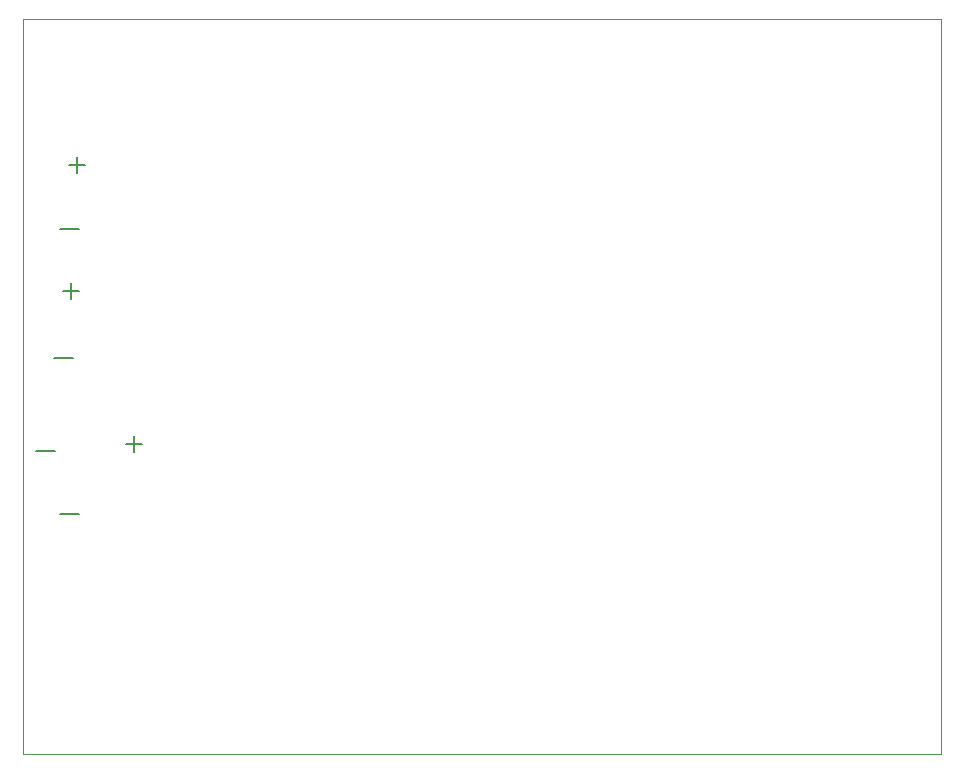
<source format=gbo>
G75*
%MOIN*%
%OFA0B0*%
%FSLAX25Y25*%
%IPPOS*%
%LPD*%
%AMOC8*
5,1,8,0,0,1.08239X$1,22.5*
%
%ADD10C,0.00000*%
%ADD11C,0.00700*%
%ADD12C,0.00800*%
D10*
X0017181Y0006628D02*
X0017181Y0251628D01*
X0323181Y0251628D01*
X0323181Y0006628D01*
X0017181Y0006628D01*
D11*
X0054196Y0107296D02*
X0054196Y0112567D01*
X0056831Y0109931D02*
X0051560Y0109931D01*
X0033196Y0158296D02*
X0033196Y0163567D01*
X0035831Y0160931D02*
X0030560Y0160931D01*
X0035196Y0200296D02*
X0035196Y0205567D01*
X0037831Y0202931D02*
X0032560Y0202931D01*
D12*
X0029643Y0181632D02*
X0035781Y0181632D01*
X0033781Y0138632D02*
X0027643Y0138632D01*
X0027781Y0107632D02*
X0021643Y0107632D01*
X0029643Y0086632D02*
X0035781Y0086632D01*
M02*

</source>
